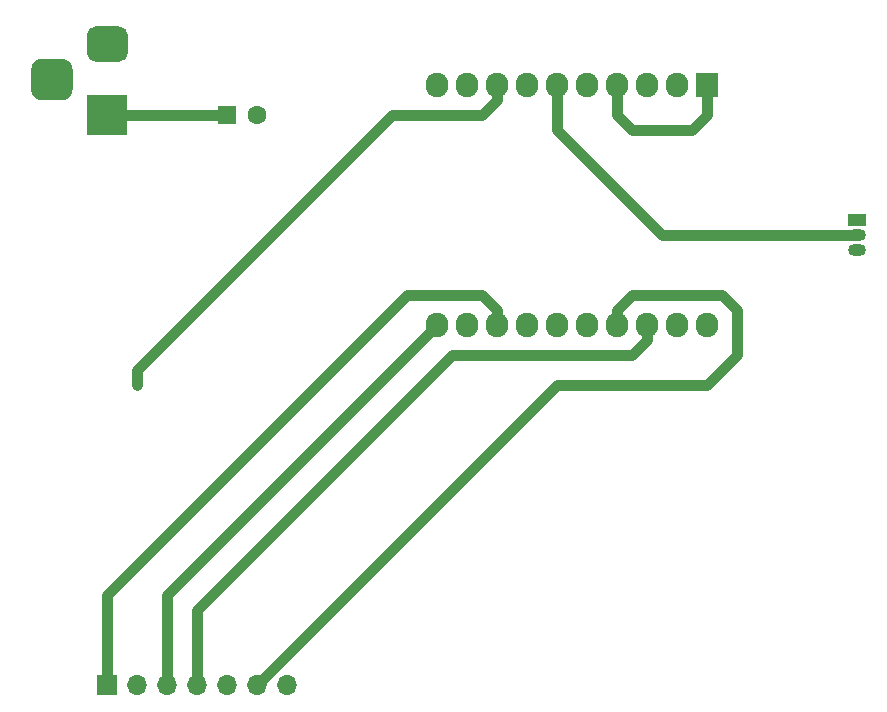
<source format=gbr>
%TF.GenerationSoftware,KiCad,Pcbnew,5.1.8+dfsg1-1+b1*%
%TF.CreationDate,2020-12-29T15:19:21-06:00*%
%TF.ProjectId,weather,77656174-6865-4722-9e6b-696361645f70,1.1.0*%
%TF.SameCoordinates,Original*%
%TF.FileFunction,Copper,L2,Bot*%
%TF.FilePolarity,Positive*%
%FSLAX46Y46*%
G04 Gerber Fmt 4.6, Leading zero omitted, Abs format (unit mm)*
G04 Created by KiCad (PCBNEW 5.1.8+dfsg1-1+b1) date 2020-12-29 15:19:21*
%MOMM*%
%LPD*%
G01*
G04 APERTURE LIST*
%TA.AperFunction,ComponentPad*%
%ADD10C,1.600000*%
%TD*%
%TA.AperFunction,ComponentPad*%
%ADD11R,1.600000X1.600000*%
%TD*%
%TA.AperFunction,ComponentPad*%
%ADD12R,1.500000X1.050000*%
%TD*%
%TA.AperFunction,ComponentPad*%
%ADD13O,1.500000X1.050000*%
%TD*%
%TA.AperFunction,ComponentPad*%
%ADD14O,1.700000X1.700000*%
%TD*%
%TA.AperFunction,ComponentPad*%
%ADD15R,1.700000X1.700000*%
%TD*%
%TA.AperFunction,ComponentPad*%
%ADD16R,3.500000X3.500000*%
%TD*%
%TA.AperFunction,ComponentPad*%
%ADD17O,1.900000X2.100000*%
%TD*%
%TA.AperFunction,ComponentPad*%
%ADD18R,1.900000X2.100000*%
%TD*%
%TA.AperFunction,ViaPad*%
%ADD19C,0.800000*%
%TD*%
%TA.AperFunction,Conductor*%
%ADD20C,0.889000*%
%TD*%
G04 APERTURE END LIST*
D10*
%TO.P,C1,2*%
%TO.N,GND*%
X76160000Y-53340000D03*
D11*
%TO.P,C1,1*%
%TO.N,Net-(C1-Pad1)*%
X73660000Y-53340000D03*
%TD*%
D12*
%TO.P,Q1,1*%
%TO.N,GND*%
X127000000Y-62230000D03*
D13*
%TO.P,Q1,3*%
%TO.N,Net-(D2-Pad1)*%
X127000000Y-64770000D03*
%TO.P,Q1,2*%
%TO.N,Net-(A1-Pad6)*%
X127000000Y-63500000D03*
%TD*%
D14*
%TO.P,U1,7*%
%TO.N,N/C*%
X78740000Y-101600000D03*
%TO.P,U1,6*%
%TO.N,Net-(A1-Pad17)*%
X76200000Y-101600000D03*
%TO.P,U1,5*%
%TO.N,N/C*%
X73660000Y-101600000D03*
%TO.P,U1,4*%
%TO.N,Net-(A1-Pad18)*%
X71120000Y-101600000D03*
%TO.P,U1,3*%
%TO.N,GND*%
X68580000Y-101600000D03*
%TO.P,U1,2*%
%TO.N,N/C*%
X66040000Y-101600000D03*
D15*
%TO.P,U1,1*%
%TO.N,+3V3*%
X63500000Y-101600000D03*
%TD*%
%TO.P,J1,3*%
%TO.N,N/C*%
%TA.AperFunction,ComponentPad*%
G36*
G01*
X57925000Y-48590000D02*
X59675000Y-48590000D01*
G75*
G02*
X60550000Y-49465000I0J-875000D01*
G01*
X60550000Y-51215000D01*
G75*
G02*
X59675000Y-52090000I-875000J0D01*
G01*
X57925000Y-52090000D01*
G75*
G02*
X57050000Y-51215000I0J875000D01*
G01*
X57050000Y-49465000D01*
G75*
G02*
X57925000Y-48590000I875000J0D01*
G01*
G37*
%TD.AperFunction*%
%TO.P,J1,2*%
%TO.N,GND*%
%TA.AperFunction,ComponentPad*%
G36*
G01*
X62500000Y-45840000D02*
X64500000Y-45840000D01*
G75*
G02*
X65250000Y-46590000I0J-750000D01*
G01*
X65250000Y-48090000D01*
G75*
G02*
X64500000Y-48840000I-750000J0D01*
G01*
X62500000Y-48840000D01*
G75*
G02*
X61750000Y-48090000I0J750000D01*
G01*
X61750000Y-46590000D01*
G75*
G02*
X62500000Y-45840000I750000J0D01*
G01*
G37*
%TD.AperFunction*%
D16*
%TO.P,J1,1*%
%TO.N,Net-(C1-Pad1)*%
X63500000Y-53340000D03*
%TD*%
D17*
%TO.P,A1,11*%
%TO.N,GND*%
X91440000Y-71120000D03*
%TO.P,A1,10*%
X91440000Y-50800000D03*
%TO.P,A1,12*%
%TO.N,N/C*%
X93980000Y-71120000D03*
%TO.P,A1,9*%
X93980000Y-50800000D03*
%TO.P,A1,13*%
%TO.N,+3V3*%
X96520000Y-71120000D03*
%TO.P,A1,8*%
%TO.N,+5V*%
X96520000Y-50800000D03*
%TO.P,A1,14*%
%TO.N,N/C*%
X99060000Y-71120000D03*
%TO.P,A1,7*%
X99060000Y-50800000D03*
%TO.P,A1,15*%
X101600000Y-71120000D03*
%TO.P,A1,6*%
%TO.N,Net-(A1-Pad6)*%
X101600000Y-50800000D03*
%TO.P,A1,16*%
%TO.N,N/C*%
X104140000Y-71120000D03*
%TO.P,A1,5*%
X104140000Y-50800000D03*
%TO.P,A1,17*%
%TO.N,Net-(A1-Pad17)*%
X106680000Y-71120000D03*
%TO.P,A1,4*%
%TO.N,Net-(A1-Pad1)*%
X106680000Y-50800000D03*
%TO.P,A1,18*%
%TO.N,Net-(A1-Pad18)*%
X109220000Y-71120000D03*
%TO.P,A1,3*%
%TO.N,N/C*%
X109220000Y-50800000D03*
%TO.P,A1,19*%
X111760000Y-71120000D03*
%TO.P,A1,2*%
X111760000Y-50800000D03*
%TO.P,A1,20*%
X114300000Y-71120000D03*
D18*
%TO.P,A1,1*%
%TO.N,Net-(A1-Pad1)*%
X114300000Y-50800000D03*
%TD*%
D19*
%TO.N,+5V*%
X66040000Y-76200000D03*
%TD*%
D20*
%TO.N,Net-(A1-Pad6)*%
X127000000Y-63500000D02*
X110490000Y-63500000D01*
X101600000Y-54610000D02*
X101600000Y-50800000D01*
X110490000Y-63500000D02*
X101600000Y-54610000D01*
%TO.N,Net-(A1-Pad17)*%
X76200000Y-101600000D02*
X101600000Y-76200000D01*
X101600000Y-76200000D02*
X114300000Y-76200000D01*
X114300000Y-76200000D02*
X116840000Y-73660000D01*
X116840000Y-73660000D02*
X116840000Y-69850000D01*
X116840000Y-69850000D02*
X115570000Y-68580000D01*
X115570000Y-68580000D02*
X107950000Y-68580000D01*
X107950000Y-68580000D02*
X106680000Y-69850000D01*
X106680000Y-69850000D02*
X106680000Y-71120000D01*
%TO.N,Net-(A1-Pad18)*%
X71120000Y-101600000D02*
X71120000Y-95250000D01*
X71120000Y-95250000D02*
X92710000Y-73660000D01*
X92710000Y-73660000D02*
X107950000Y-73660000D01*
X109220000Y-72390000D02*
X109220000Y-71120000D01*
X107950000Y-73660000D02*
X109220000Y-72390000D01*
%TO.N,Net-(A1-Pad1)*%
X106680000Y-50800000D02*
X106680000Y-53340000D01*
X106680000Y-53340000D02*
X107950000Y-54610000D01*
X107950000Y-54610000D02*
X113030000Y-54610000D01*
X113030000Y-54610000D02*
X114300000Y-53340000D01*
X114300000Y-53340000D02*
X114300000Y-50800000D01*
%TO.N,GND*%
X68580000Y-93980000D02*
X91440000Y-71120000D01*
X68580000Y-101600000D02*
X68580000Y-93980000D01*
%TO.N,+5V*%
X66040000Y-76200000D02*
X66040000Y-74930000D01*
X66040000Y-74930000D02*
X87630000Y-53340000D01*
X87630000Y-53340000D02*
X95250000Y-53340000D01*
X96520000Y-52070000D02*
X96520000Y-50800000D01*
X95250000Y-53340000D02*
X96520000Y-52070000D01*
%TO.N,+3V3*%
X63500000Y-101600000D02*
X63500000Y-93980000D01*
X63500000Y-93980000D02*
X88900000Y-68580000D01*
X88900000Y-68580000D02*
X95250000Y-68580000D01*
X96520000Y-69850000D02*
X96520000Y-71120000D01*
X95250000Y-68580000D02*
X96520000Y-69850000D01*
%TO.N,Net-(C1-Pad1)*%
X73660000Y-53340000D02*
X63500000Y-53340000D01*
%TD*%
M02*

</source>
